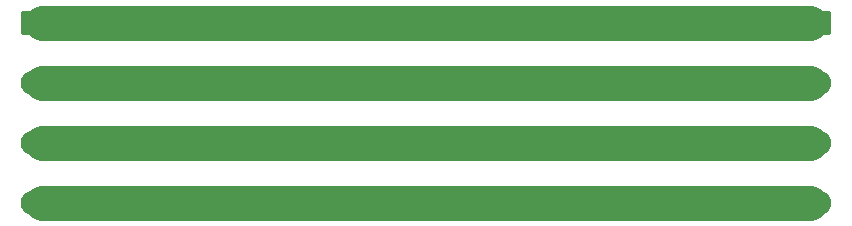
<source format=gbr>
G04 #@! TF.GenerationSoftware,KiCad,Pcbnew,5.0.2-bee76a0~70~ubuntu18.04.1*
G04 #@! TF.CreationDate,2020-11-30T21:54:16+01:00*
G04 #@! TF.ProjectId,MateLightCrateConnector,4d617465-4c69-4676-9874-437261746543,v0.1.0*
G04 #@! TF.SameCoordinates,Original*
G04 #@! TF.FileFunction,Copper,L2,Bot*
G04 #@! TF.FilePolarity,Positive*
%FSLAX46Y46*%
G04 Gerber Fmt 4.6, Leading zero omitted, Abs format (unit mm)*
G04 Created by KiCad (PCBNEW 5.0.2-bee76a0~70~ubuntu18.04.1) date Mo 30 Nov 2020 21:54:16 CET*
%MOMM*%
%LPD*%
G01*
G04 APERTURE LIST*
G04 #@! TA.AperFunction,ComponentPad*
%ADD10O,3.600000X2.080000*%
G04 #@! TD*
G04 #@! TA.AperFunction,Conductor*
%ADD11C,0.100000*%
G04 #@! TD*
G04 #@! TA.AperFunction,ComponentPad*
%ADD12C,2.080000*%
G04 #@! TD*
G04 #@! TA.AperFunction,Conductor*
%ADD13C,3.000000*%
G04 #@! TD*
G04 APERTURE END LIST*
D10*
G04 #@! TO.P,J1,4*
G04 #@! TO.N,/DATA*
X97000000Y-114240000D03*
G04 #@! TO.P,J1,3*
G04 #@! TO.N,/CLK*
X97000000Y-109160000D03*
G04 #@! TO.P,J1,2*
G04 #@! TO.N,/GND*
X97000000Y-104080000D03*
D11*
G04 #@! TD*
G04 #@! TO.N,/5V*
G04 #@! TO.C,J1*
G36*
X98574505Y-97961204D02*
X98598773Y-97964804D01*
X98622572Y-97970765D01*
X98645671Y-97979030D01*
X98667850Y-97989520D01*
X98688893Y-98002132D01*
X98708599Y-98016747D01*
X98726777Y-98033223D01*
X98743253Y-98051401D01*
X98757868Y-98071107D01*
X98770480Y-98092150D01*
X98780970Y-98114329D01*
X98789235Y-98137428D01*
X98795196Y-98161227D01*
X98798796Y-98185495D01*
X98800000Y-98209999D01*
X98800000Y-99790001D01*
X98798796Y-99814505D01*
X98795196Y-99838773D01*
X98789235Y-99862572D01*
X98780970Y-99885671D01*
X98770480Y-99907850D01*
X98757868Y-99928893D01*
X98743253Y-99948599D01*
X98726777Y-99966777D01*
X98708599Y-99983253D01*
X98688893Y-99997868D01*
X98667850Y-100010480D01*
X98645671Y-100020970D01*
X98622572Y-100029235D01*
X98598773Y-100035196D01*
X98574505Y-100038796D01*
X98550001Y-100040000D01*
X95449999Y-100040000D01*
X95425495Y-100038796D01*
X95401227Y-100035196D01*
X95377428Y-100029235D01*
X95354329Y-100020970D01*
X95332150Y-100010480D01*
X95311107Y-99997868D01*
X95291401Y-99983253D01*
X95273223Y-99966777D01*
X95256747Y-99948599D01*
X95242132Y-99928893D01*
X95229520Y-99907850D01*
X95219030Y-99885671D01*
X95210765Y-99862572D01*
X95204804Y-99838773D01*
X95201204Y-99814505D01*
X95200000Y-99790001D01*
X95200000Y-98209999D01*
X95201204Y-98185495D01*
X95204804Y-98161227D01*
X95210765Y-98137428D01*
X95219030Y-98114329D01*
X95229520Y-98092150D01*
X95242132Y-98071107D01*
X95256747Y-98051401D01*
X95273223Y-98033223D01*
X95291401Y-98016747D01*
X95311107Y-98002132D01*
X95332150Y-97989520D01*
X95354329Y-97979030D01*
X95377428Y-97970765D01*
X95401227Y-97964804D01*
X95425495Y-97961204D01*
X95449999Y-97960000D01*
X98550001Y-97960000D01*
X98574505Y-97961204D01*
X98574505Y-97961204D01*
G37*
D12*
G04 #@! TO.P,J1,1*
G04 #@! TO.N,/5V*
X97000000Y-99000000D03*
G04 #@! TD*
D11*
G04 #@! TO.N,/5V*
G04 #@! TO.C,J2*
G36*
X131074505Y-97961204D02*
X131098773Y-97964804D01*
X131122572Y-97970765D01*
X131145671Y-97979030D01*
X131167850Y-97989520D01*
X131188893Y-98002132D01*
X131208599Y-98016747D01*
X131226777Y-98033223D01*
X131243253Y-98051401D01*
X131257868Y-98071107D01*
X131270480Y-98092150D01*
X131280970Y-98114329D01*
X131289235Y-98137428D01*
X131295196Y-98161227D01*
X131298796Y-98185495D01*
X131300000Y-98209999D01*
X131300000Y-99790001D01*
X131298796Y-99814505D01*
X131295196Y-99838773D01*
X131289235Y-99862572D01*
X131280970Y-99885671D01*
X131270480Y-99907850D01*
X131257868Y-99928893D01*
X131243253Y-99948599D01*
X131226777Y-99966777D01*
X131208599Y-99983253D01*
X131188893Y-99997868D01*
X131167850Y-100010480D01*
X131145671Y-100020970D01*
X131122572Y-100029235D01*
X131098773Y-100035196D01*
X131074505Y-100038796D01*
X131050001Y-100040000D01*
X127949999Y-100040000D01*
X127925495Y-100038796D01*
X127901227Y-100035196D01*
X127877428Y-100029235D01*
X127854329Y-100020970D01*
X127832150Y-100010480D01*
X127811107Y-99997868D01*
X127791401Y-99983253D01*
X127773223Y-99966777D01*
X127756747Y-99948599D01*
X127742132Y-99928893D01*
X127729520Y-99907850D01*
X127719030Y-99885671D01*
X127710765Y-99862572D01*
X127704804Y-99838773D01*
X127701204Y-99814505D01*
X127700000Y-99790001D01*
X127700000Y-98209999D01*
X127701204Y-98185495D01*
X127704804Y-98161227D01*
X127710765Y-98137428D01*
X127719030Y-98114329D01*
X127729520Y-98092150D01*
X127742132Y-98071107D01*
X127756747Y-98051401D01*
X127773223Y-98033223D01*
X127791401Y-98016747D01*
X127811107Y-98002132D01*
X127832150Y-97989520D01*
X127854329Y-97979030D01*
X127877428Y-97970765D01*
X127901227Y-97964804D01*
X127925495Y-97961204D01*
X127949999Y-97960000D01*
X131050001Y-97960000D01*
X131074505Y-97961204D01*
X131074505Y-97961204D01*
G37*
D12*
G04 #@! TD*
G04 #@! TO.P,J2,1*
G04 #@! TO.N,/5V*
X129500000Y-99000000D03*
D10*
G04 #@! TO.P,J2,2*
G04 #@! TO.N,/GND*
X129500000Y-104080000D03*
G04 #@! TD*
D11*
G04 #@! TO.N,/5V*
G04 #@! TO.C,J3*
G36*
X163574505Y-97961204D02*
X163598773Y-97964804D01*
X163622572Y-97970765D01*
X163645671Y-97979030D01*
X163667850Y-97989520D01*
X163688893Y-98002132D01*
X163708599Y-98016747D01*
X163726777Y-98033223D01*
X163743253Y-98051401D01*
X163757868Y-98071107D01*
X163770480Y-98092150D01*
X163780970Y-98114329D01*
X163789235Y-98137428D01*
X163795196Y-98161227D01*
X163798796Y-98185495D01*
X163800000Y-98209999D01*
X163800000Y-99790001D01*
X163798796Y-99814505D01*
X163795196Y-99838773D01*
X163789235Y-99862572D01*
X163780970Y-99885671D01*
X163770480Y-99907850D01*
X163757868Y-99928893D01*
X163743253Y-99948599D01*
X163726777Y-99966777D01*
X163708599Y-99983253D01*
X163688893Y-99997868D01*
X163667850Y-100010480D01*
X163645671Y-100020970D01*
X163622572Y-100029235D01*
X163598773Y-100035196D01*
X163574505Y-100038796D01*
X163550001Y-100040000D01*
X160449999Y-100040000D01*
X160425495Y-100038796D01*
X160401227Y-100035196D01*
X160377428Y-100029235D01*
X160354329Y-100020970D01*
X160332150Y-100010480D01*
X160311107Y-99997868D01*
X160291401Y-99983253D01*
X160273223Y-99966777D01*
X160256747Y-99948599D01*
X160242132Y-99928893D01*
X160229520Y-99907850D01*
X160219030Y-99885671D01*
X160210765Y-99862572D01*
X160204804Y-99838773D01*
X160201204Y-99814505D01*
X160200000Y-99790001D01*
X160200000Y-98209999D01*
X160201204Y-98185495D01*
X160204804Y-98161227D01*
X160210765Y-98137428D01*
X160219030Y-98114329D01*
X160229520Y-98092150D01*
X160242132Y-98071107D01*
X160256747Y-98051401D01*
X160273223Y-98033223D01*
X160291401Y-98016747D01*
X160311107Y-98002132D01*
X160332150Y-97989520D01*
X160354329Y-97979030D01*
X160377428Y-97970765D01*
X160401227Y-97964804D01*
X160425495Y-97961204D01*
X160449999Y-97960000D01*
X163550001Y-97960000D01*
X163574505Y-97961204D01*
X163574505Y-97961204D01*
G37*
D12*
G04 #@! TD*
G04 #@! TO.P,J3,1*
G04 #@! TO.N,/5V*
X162000000Y-99000000D03*
D10*
G04 #@! TO.P,J3,2*
G04 #@! TO.N,/GND*
X162000000Y-104080000D03*
G04 #@! TO.P,J3,3*
G04 #@! TO.N,/CLK*
X162000000Y-109160000D03*
G04 #@! TO.P,J3,4*
G04 #@! TO.N,/DATA*
X162000000Y-114240000D03*
G04 #@! TD*
D13*
G04 #@! TO.N,/DATA*
X157200000Y-114240000D02*
X97000000Y-114240000D01*
X162000000Y-114240000D02*
X157200000Y-114240000D01*
G04 #@! TO.N,/CLK*
X97000000Y-109160000D02*
X162000000Y-109160000D01*
G04 #@! TO.N,/GND*
X162000000Y-104080000D02*
X129500000Y-104080000D01*
X124700000Y-104080000D02*
X97000000Y-104080000D01*
X129500000Y-104080000D02*
X124700000Y-104080000D01*
G04 #@! TO.N,/5V*
X97000000Y-99000000D02*
X129500000Y-99000000D01*
X129500000Y-99000000D02*
X162000000Y-99000000D01*
G04 #@! TD*
M02*

</source>
